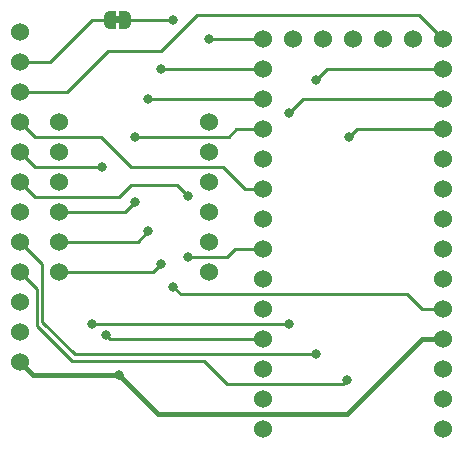
<source format=gbr>
%TF.GenerationSoftware,KiCad,Pcbnew,(6.0.4-0)*%
%TF.CreationDate,2022-08-04T12:40:34-05:00*%
%TF.ProjectId,pixel-frame-adapter,70697865-6c2d-4667-9261-6d652d616461,rev?*%
%TF.SameCoordinates,Original*%
%TF.FileFunction,Copper,L1,Top*%
%TF.FilePolarity,Positive*%
%FSLAX46Y46*%
G04 Gerber Fmt 4.6, Leading zero omitted, Abs format (unit mm)*
G04 Created by KiCad (PCBNEW (6.0.4-0)) date 2022-08-04 12:40:34*
%MOMM*%
%LPD*%
G01*
G04 APERTURE LIST*
G04 Aperture macros list*
%AMFreePoly0*
4,1,22,0.500000,-0.750000,0.000000,-0.750000,0.000000,-0.745033,-0.079941,-0.743568,-0.215256,-0.701293,-0.333266,-0.622738,-0.424486,-0.514219,-0.481581,-0.384460,-0.499164,-0.250000,-0.500000,-0.250000,-0.500000,0.250000,-0.499164,0.250000,-0.499963,0.256109,-0.478152,0.396186,-0.417904,0.524511,-0.324060,0.630769,-0.204165,0.706417,-0.067858,0.745374,0.000000,0.744959,0.000000,0.750000,
0.500000,0.750000,0.500000,-0.750000,0.500000,-0.750000,$1*%
%AMFreePoly1*
4,1,20,0.000000,0.744959,0.073905,0.744508,0.209726,0.703889,0.328688,0.626782,0.421226,0.519385,0.479903,0.390333,0.500000,0.250000,0.500000,-0.250000,0.499851,-0.262216,0.476331,-0.402017,0.414519,-0.529596,0.319384,-0.634700,0.198574,-0.708877,0.061801,-0.746166,0.000000,-0.745033,0.000000,-0.750000,-0.500000,-0.750000,-0.500000,0.750000,0.000000,0.750000,0.000000,0.744959,
0.000000,0.744959,$1*%
G04 Aperture macros list end*
%TA.AperFunction,ComponentPad*%
%ADD10C,1.524000*%
%TD*%
%TA.AperFunction,SMDPad,CuDef*%
%ADD11FreePoly0,180.000000*%
%TD*%
%TA.AperFunction,SMDPad,CuDef*%
%ADD12FreePoly1,180.000000*%
%TD*%
%TA.AperFunction,ViaPad*%
%ADD13C,0.812800*%
%TD*%
%TA.AperFunction,ViaPad*%
%ADD14C,0.800000*%
%TD*%
%TA.AperFunction,Conductor*%
%ADD15C,0.228600*%
%TD*%
%TA.AperFunction,Conductor*%
%ADD16C,0.250000*%
%TD*%
%TA.AperFunction,Conductor*%
%ADD17C,0.381000*%
%TD*%
G04 APERTURE END LIST*
%TO.C,JP1*%
G36*
X141372400Y-85999600D02*
G01*
X140872400Y-85999600D01*
X140872400Y-85399600D01*
X141372400Y-85399600D01*
X141372400Y-85999600D01*
G37*
%TD*%
D10*
%TO.P,U3,1,CS*%
%TO.N,unconnected-(U3-Pad1)*%
X148844000Y-107042204D03*
%TO.P,U3,2,SDO*%
%TO.N,unconnected-(U3-Pad2)*%
X148844000Y-104502204D03*
%TO.P,U3,3,A1*%
%TO.N,unconnected-(U3-Pad3)*%
X148844000Y-101962204D03*
%TO.P,U3,4,A2*%
%TO.N,unconnected-(U3-Pad4)*%
X148844000Y-99422204D03*
%TO.P,U3,5,A3*%
%TO.N,unconnected-(U3-Pad5)*%
X148844000Y-96882204D03*
%TO.P,U3,6,INT_2*%
%TO.N,ACC_INT2*%
X148844000Y-94342204D03*
%TO.P,U3,7,VIN*%
%TO.N,+5V*%
X136144000Y-94342204D03*
%TO.P,U3,8,3V*%
%TO.N,unconnected-(U3-Pad8)*%
X136144000Y-96882204D03*
%TO.P,U3,9,GND*%
%TO.N,GND*%
X136144000Y-99422204D03*
%TO.P,U3,10,SCL*%
%TO.N,I2C_SCL*%
X136144000Y-101962204D03*
%TO.P,U3,11,SDA*%
%TO.N,I2C_SDA*%
X136144000Y-104502204D03*
%TO.P,U3,12,INT*%
%TO.N,ACC_INT*%
X136144000Y-107042204D03*
%TD*%
%TO.P,U2,1,RESET*%
%TO.N,unconnected-(U2-Pad1)*%
X168681400Y-120370600D03*
%TO.P,U2,2,3V3*%
%TO.N,unconnected-(U2-Pad2)*%
X168681400Y-117830600D03*
%TO.P,U2,3,AREF*%
%TO.N,unconnected-(U2-Pad3)*%
X168681400Y-115290600D03*
%TO.P,U2,4,VHI*%
%TO.N,+5V*%
X168681400Y-112750600D03*
%TO.P,U2,5,A0*%
%TO.N,BACKLIGHT*%
X168681400Y-110210600D03*
%TO.P,U2,6,A1*%
%TO.N,unconnected-(U2-Pad6)*%
X168681400Y-107670600D03*
%TO.P,U2,7,A2*%
%TO.N,unconnected-(U2-Pad7)*%
X168681400Y-105130600D03*
%TO.P,U2,8,A3*%
%TO.N,unconnected-(U2-Pad8)*%
X168681400Y-102590600D03*
%TO.P,U2,9,A4*%
%TO.N,unconnected-(U2-Pad9)*%
X168681400Y-100050600D03*
%TO.P,U2,10,A5*%
%TO.N,unconnected-(U2-Pad10)*%
X168681400Y-97510600D03*
%TO.P,U2,11,SCK*%
%TO.N,SPI_CLK*%
X168681400Y-94970600D03*
%TO.P,U2,12,MOSI*%
%TO.N,SPI_MOSI*%
X168681400Y-92430600D03*
%TO.P,U2,13,MISO*%
%TO.N,SD_CARD_MISO*%
X168681400Y-89890600D03*
%TO.P,U2,14,D2*%
%TO.N,SD_CARD_CS*%
X168681400Y-87350600D03*
%TO.P,U2,15,EN*%
%TO.N,unconnected-(U2-Pad15)*%
X166141400Y-87350600D03*
%TO.P,U2,16,SWDIO*%
%TO.N,unconnected-(U2-Pad16)*%
X163601400Y-87350600D03*
%TO.P,U2,17,SWCLK*%
%TO.N,unconnected-(U2-Pad17)*%
X161061400Y-87350600D03*
%TO.P,U2,18,D3*%
%TO.N,unconnected-(U2-Pad18)*%
X158521400Y-87350600D03*
%TO.P,U2,19,D4*%
%TO.N,unconnected-(U2-Pad19)*%
X155981400Y-87350600D03*
%TO.P,U2,20,D0*%
%TO.N,ACC_INT2*%
X153441400Y-87350600D03*
%TO.P,U2,21,D1*%
%TO.N,ACC_INT*%
X153441400Y-89890600D03*
%TO.P,U2,22,SDA*%
%TO.N,I2C_SDA*%
X153441400Y-92430600D03*
%TO.P,U2,23,SCL*%
%TO.N,I2C_SCL*%
X153441400Y-94970600D03*
%TO.P,U2,24,D5*%
%TO.N,unconnected-(U2-Pad24)*%
X153441400Y-97510600D03*
%TO.P,U2,25,D7*%
%TO.N,SPI_DC*%
X153441400Y-100050600D03*
%TO.P,U2,26,D9*%
%TO.N,unconnected-(U2-Pad26)*%
X153441400Y-102590600D03*
%TO.P,U2,27,D10*%
%TO.N,SPI_CS*%
X153441400Y-105130600D03*
%TO.P,U2,28,D11*%
%TO.N,unconnected-(U2-Pad28)*%
X153441400Y-107670600D03*
%TO.P,U2,29,D12*%
%TO.N,unconnected-(U2-Pad29)*%
X153441400Y-110210600D03*
%TO.P,U2,30,D13*%
%TO.N,RST*%
X153441400Y-112750600D03*
%TO.P,U2,31,VBUS*%
%TO.N,unconnected-(U2-Pad31)*%
X153441400Y-115290600D03*
%TO.P,U2,32,GND*%
%TO.N,GND*%
X153441400Y-117830600D03*
%TO.P,U2,33,VBAT*%
%TO.N,unconnected-(U2-Pad33)*%
X153441400Y-120370600D03*
%TD*%
%TO.P,U1,1,V+*%
%TO.N,+5V*%
X132867400Y-114662204D03*
%TO.P,U1,2,3V*%
%TO.N,unconnected-(U1-Pad2)*%
X132867400Y-112122204D03*
%TO.P,U1,3,G*%
%TO.N,GND*%
X132867400Y-109582204D03*
%TO.P,U1,4,CK*%
%TO.N,SPI_CLK*%
X132867400Y-107042204D03*
%TO.P,U1,5,SO*%
%TO.N,SD_CARD_MISO*%
X132867400Y-104502204D03*
%TO.P,U1,6,SI*%
%TO.N,SPI_MOSI*%
X132867400Y-101962204D03*
%TO.P,U1,7,TC*%
%TO.N,SPI_CS*%
X132867400Y-99422204D03*
%TO.P,U1,8,RT*%
%TO.N,RST*%
X132867400Y-96882204D03*
%TO.P,U1,9,DC*%
%TO.N,SPI_DC*%
X132867400Y-94342204D03*
%TO.P,U1,10,CC*%
%TO.N,SD_CARD_CS*%
X132867400Y-91802204D03*
%TO.P,U1,11,BL*%
%TO.N,Net-(JP1-Pad2)*%
X132867400Y-89262204D03*
%TO.P,U1,12,TE*%
%TO.N,unconnected-(U1-Pad12)*%
X132867400Y-86722204D03*
%TD*%
D11*
%TO.P,JP1,1,A*%
%TO.N,BACKLIGHT*%
X141772400Y-85699600D03*
D12*
%TO.P,JP1,2,B*%
%TO.N,Net-(JP1-Pad2)*%
X140472400Y-85699600D03*
%TD*%
D13*
%TO.N,RST*%
X140106400Y-112395000D03*
X139827000Y-98171000D03*
%TO.N,BACKLIGHT*%
X145846800Y-108305600D03*
X145846800Y-85699600D03*
%TO.N,SPI_CS*%
X147091400Y-105765600D03*
X147091400Y-100609400D03*
%TO.N,I2C_SCL*%
X142621000Y-95631000D03*
X142621000Y-101117400D03*
%TO.N,I2C_SDA*%
X143713200Y-92430600D03*
X143713200Y-103606600D03*
%TO.N,ACC_INT*%
X144780000Y-89890600D03*
X144780000Y-106400600D03*
%TO.N,SPI_MOSI*%
X155625800Y-93624400D03*
X155625800Y-111480600D03*
X138988800Y-111480600D03*
%TO.N,SD_CARD_MISO*%
X157937200Y-90830400D03*
X157962600Y-114020600D03*
%TO.N,+5V*%
X141249400Y-115798600D03*
%TO.N,SPI_CLK*%
X160680400Y-95656400D03*
D14*
X160578800Y-116179600D03*
%TO.N,ACC_INT2*%
X148844000Y-87350600D03*
%TD*%
D15*
%TO.N,SD_CARD_MISO*%
X132867400Y-104502204D02*
X134736300Y-106371104D01*
X134736300Y-106371104D02*
X134736300Y-111266700D01*
X134736300Y-111266700D02*
X137490200Y-114020600D01*
X137490200Y-114020600D02*
X157962600Y-114020600D01*
%TO.N,RST*%
X153441400Y-112750600D02*
X140462000Y-112750600D01*
X140462000Y-112750600D02*
X140106400Y-112395000D01*
%TO.N,SPI_CS*%
X153441400Y-105130600D02*
X151053800Y-105130600D01*
X151053800Y-105130600D02*
X150418800Y-105765600D01*
X150418800Y-105765600D02*
X147091400Y-105765600D01*
%TO.N,SPI_DC*%
X132867400Y-94342204D02*
X134130796Y-95605600D01*
X134130796Y-95605600D02*
X139750800Y-95605600D01*
X150012400Y-98145600D02*
X151917400Y-100050600D01*
X139750800Y-95605600D02*
X142290800Y-98145600D01*
X142290800Y-98145600D02*
X150012400Y-98145600D01*
X151917400Y-100050600D02*
X153441400Y-100050600D01*
%TO.N,I2C_SCL*%
X142621000Y-95631000D02*
X150520400Y-95631000D01*
X150520400Y-95631000D02*
X151180800Y-94970600D01*
X151180800Y-94970600D02*
X153441400Y-94970600D01*
%TO.N,I2C_SDA*%
X143713200Y-92430600D02*
X153441400Y-92430600D01*
%TO.N,ACC_INT*%
X144780000Y-89890600D02*
X153441400Y-89890600D01*
D16*
%TO.N,ACC_INT2*%
X153441400Y-87350600D02*
X148844000Y-87350600D01*
D15*
%TO.N,SD_CARD_CS*%
X132867400Y-91802204D02*
X136873996Y-91802204D01*
X144805400Y-88366600D02*
X147878800Y-85293200D01*
X136873996Y-91802204D02*
X140309600Y-88366600D01*
X147878800Y-85293200D02*
X166624000Y-85293200D01*
X166624000Y-85293200D02*
X168681400Y-87350600D01*
X140309600Y-88366600D02*
X144805400Y-88366600D01*
%TO.N,SD_CARD_MISO*%
X157937200Y-90830400D02*
X158877000Y-89890600D01*
X158877000Y-89890600D02*
X168681400Y-89890600D01*
%TO.N,SPI_MOSI*%
X155625800Y-93624400D02*
X156819600Y-92430600D01*
X156819600Y-92430600D02*
X168681400Y-92430600D01*
%TO.N,SPI_CLK*%
X168681400Y-94970600D02*
X161366200Y-94970600D01*
X161366200Y-94970600D02*
X160680400Y-95656400D01*
%TO.N,BACKLIGHT*%
X145846800Y-108305600D02*
X146481800Y-108940600D01*
X146481800Y-108940600D02*
X165633400Y-108940600D01*
X165633400Y-108940600D02*
X166903400Y-110210600D01*
X166903400Y-110210600D02*
X168681400Y-110210600D01*
D17*
%TO.N,+5V*%
X141249400Y-115798600D02*
X144551400Y-119100600D01*
X144551400Y-119100600D02*
X160528000Y-119100600D01*
X160528000Y-119100600D02*
X166878000Y-112750600D01*
X166878000Y-112750600D02*
X168681400Y-112750600D01*
D15*
%TO.N,RST*%
X134156196Y-98171000D02*
X139827000Y-98171000D01*
X132867400Y-96882204D02*
X134156196Y-98171000D01*
D17*
%TO.N,+5V*%
X141249400Y-115798600D02*
X134003796Y-115798600D01*
X134003796Y-115798600D02*
X132867400Y-114662204D01*
D15*
%TO.N,BACKLIGHT*%
X141772400Y-85699600D02*
X145846800Y-85699600D01*
%TO.N,Net-(JP1-Pad2)*%
X138938000Y-85699600D02*
X140472400Y-85699600D01*
X132867400Y-89262204D02*
X135375396Y-89262204D01*
X135375396Y-89262204D02*
X138938000Y-85699600D01*
%TO.N,SPI_CS*%
X146151600Y-99669600D02*
X147091400Y-100609400D01*
X141274800Y-100685600D02*
X142290800Y-99669600D01*
X142290800Y-99669600D02*
X146151600Y-99669600D01*
X132867400Y-99422204D02*
X134130796Y-100685600D01*
X134130796Y-100685600D02*
X141274800Y-100685600D01*
%TO.N,I2C_SCL*%
X136144000Y-101962204D02*
X141776196Y-101962204D01*
X141776196Y-101962204D02*
X142621000Y-101117400D01*
%TO.N,I2C_SDA*%
X136144000Y-104502204D02*
X142817596Y-104502204D01*
X142817596Y-104502204D02*
X143713200Y-103606600D01*
%TO.N,ACC_INT*%
X144138396Y-107042204D02*
X144780000Y-106400600D01*
X136144000Y-107042204D02*
X144138396Y-107042204D01*
%TO.N,SPI_MOSI*%
X138988800Y-111480600D02*
X155625800Y-111480600D01*
%TO.N,SPI_CLK*%
X160197800Y-116560600D02*
X160578800Y-116179600D01*
X150393400Y-116560600D02*
X160197800Y-116560600D01*
X148437600Y-114604800D02*
X150393400Y-116560600D01*
X137287000Y-114604800D02*
X148437600Y-114604800D01*
X132867400Y-107042204D02*
X134330380Y-108505184D01*
X134330380Y-108505184D02*
X134330380Y-111648180D01*
X134330380Y-111648180D02*
X137287000Y-114604800D01*
%TD*%
M02*

</source>
